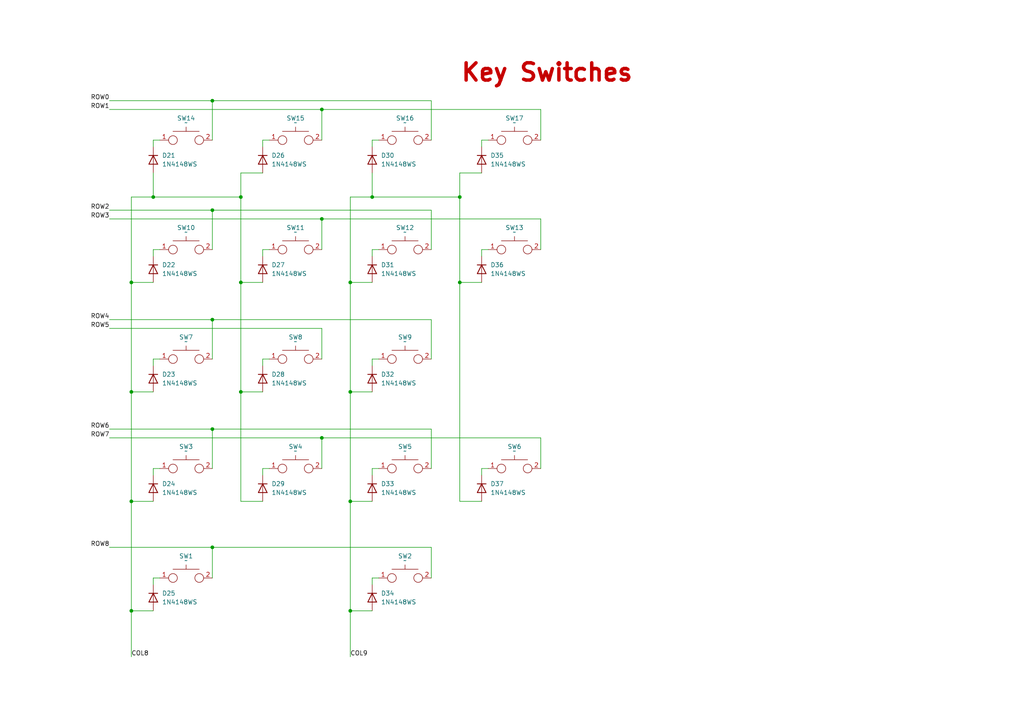
<source format=kicad_sch>
(kicad_sch (version 20230121) (generator eeschema)
  (paper "A4")
  (title_block (title "Key Switches"))
  (lib_symbols
    (symbol "Diode:1N4148WS" (pin_numbers hide) (pin_names hide)
      (property "Reference" "D" (at 0 2.54 0))
      (property "Value" "1N4148WS" (at 0 -2.54 0))
      (symbol "1N4148WS_0_1"
        (polyline (pts (xy -1.27 1.27) (xy -1.27 -1.27)) (stroke (width 0.254)))
        (polyline (pts (xy 1.27 0) (xy -1.27 0)))
        (polyline (pts (xy 1.27 1.27) (xy 1.27 -1.27) (xy -1.27 0) (xy 1.27 1.27)) (stroke (width 0.254)))
      )
      (symbol "1N4148WS_1_1"
        (pin passive line (at -3.81 0 0) (length 2.54) (name "K") (number "1"))
        (pin passive line (at 3.81 0 180) (length 2.54) (name "A") (number "2"))
      )
    )
    (symbol "mantyl:Kailh_MX_Socket"
      (property "Reference" "SW" (at 0 0 0))
      (symbol "Kailh_MX_Socket_0_1"
        (circle (center -3.81 -5.08) (radius 1.27))
        (polyline (pts (xy -3.81 -2.54) (xy 3.81 -2.54)))
        (polyline (pts (xy 0 -2.54) (xy 0 -1.27)))
        (circle (center 3.81 -5.08) (radius 1.27))
      )
      (symbol "Kailh_MX_Socket_1_1"
        (pin input line (at -7.62 -5.08 0) (length 2.54) (name "") (number "1"))
        (pin input line (at 7.62 -5.08 180) (length 2.54) (name "") (number "2"))
      )
    )
  )
  (junction (at 38.1 145.415))
  (junction (at 61.595 92.71))
  (junction (at 101.6 177.165))
  (junction (at 38.1 177.165))
  (junction (at 38.1 81.915))
  (junction (at 101.6 113.665))
  (junction (at 69.85 57.15))
  (junction (at 69.85 81.915))
  (junction (at 93.345 127))
  (junction (at 61.595 29.21))
  (junction (at 61.595 158.75))
  (junction (at 133.35 81.915))
  (junction (at 101.6 81.915))
  (junction (at 93.345 31.75))
  (junction (at 61.595 60.96))
  (junction (at 107.95 57.15))
  (junction (at 44.45 57.15))
  (junction (at 133.35 57.15))
  (junction (at 93.345 63.5))
  (junction (at 69.85 113.665))
  (junction (at 38.1 113.665))
  (junction (at 61.595 124.46))
  (junction (at 101.6 145.415))
  (wire (pts (xy 46.355 104.14) (xy 44.45 104.14)))
  (wire (pts (xy 93.345 63.5) (xy 93.345 72.39)))
  (wire (pts (xy 125.095 29.21) (xy 125.095 40.64)))
  (wire (pts (xy 93.345 31.75) (xy 156.845 31.75)))
  (wire (pts (xy 109.855 40.64) (xy 107.95 40.64)))
  (wire (pts (xy 101.6 145.415) (xy 107.95 145.415)))
  (wire (pts (xy 109.855 104.14) (xy 107.95 104.14)))
  (wire (pts (xy 76.2 72.39) (xy 76.2 74.295)))
  (wire (pts (xy 38.1 190.5) (xy 38.1 177.165)))
  (wire (pts (xy 61.595 124.46) (xy 125.095 124.46)))
  (wire (pts (xy 44.45 50.165) (xy 44.45 57.15)))
  (wire (pts (xy 101.6 177.165) (xy 101.6 145.415)))
  (wire (pts (xy 101.6 190.5) (xy 101.6 177.165)))
  (wire (pts (xy 101.6 81.915) (xy 101.6 57.15)))
  (wire (pts (xy 78.105 40.64) (xy 76.2 40.64)))
  (wire (pts (xy 31.75 124.46) (xy 61.595 124.46)))
  (wire (pts (xy 101.6 81.915) (xy 107.95 81.915)))
  (wire (pts (xy 107.95 72.39) (xy 107.95 74.295)))
  (wire (pts (xy 139.7 40.64) (xy 139.7 42.545)))
  (wire (pts (xy 61.595 158.75) (xy 125.095 158.75)))
  (wire (pts (xy 107.95 104.14) (xy 107.95 106.045)))
  (wire (pts (xy 44.45 135.89) (xy 44.45 137.795)))
  (wire (pts (xy 38.1 177.165) (xy 38.1 145.415)))
  (wire (pts (xy 101.6 177.165) (xy 107.95 177.165)))
  (wire (pts (xy 125.095 124.46) (xy 125.095 135.89)))
  (wire (pts (xy 156.845 127) (xy 156.845 135.89)))
  (wire (pts (xy 101.6 113.665) (xy 101.6 81.915)))
  (wire (pts (xy 139.7 135.89) (xy 139.7 137.795)))
  (wire (pts (xy 69.85 57.15) (xy 69.85 81.915)))
  (wire (pts (xy 61.595 158.75) (xy 61.595 167.64)))
  (wire (pts (xy 31.75 127) (xy 93.345 127)))
  (wire (pts (xy 31.75 29.21) (xy 61.595 29.21)))
  (wire (pts (xy 93.345 95.25) (xy 93.345 104.14)))
  (wire (pts (xy 133.35 57.15) (xy 133.35 81.915)))
  (wire (pts (xy 109.855 72.39) (xy 107.95 72.39)))
  (wire (pts (xy 31.75 92.71) (xy 61.595 92.71)))
  (wire (pts (xy 44.45 167.64) (xy 44.45 169.545)))
  (wire (pts (xy 31.75 158.75) (xy 61.595 158.75)))
  (wire (pts (xy 93.345 63.5) (xy 156.845 63.5)))
  (wire (pts (xy 125.095 158.75) (xy 125.095 167.64)))
  (wire (pts (xy 38.1 113.665) (xy 38.1 81.915)))
  (wire (pts (xy 107.95 167.64) (xy 107.95 169.545)))
  (wire (pts (xy 107.95 50.165) (xy 107.95 57.15)))
  (wire (pts (xy 61.595 92.71) (xy 61.595 104.14)))
  (wire (pts (xy 69.85 81.915) (xy 76.2 81.915)))
  (wire (pts (xy 31.75 60.96) (xy 61.595 60.96)))
  (wire (pts (xy 69.85 81.915) (xy 69.85 113.665)))
  (wire (pts (xy 38.1 57.15) (xy 44.45 57.15)))
  (wire (pts (xy 38.1 81.915) (xy 44.45 81.915)))
  (wire (pts (xy 78.105 72.39) (xy 76.2 72.39)))
  (wire (pts (xy 61.595 29.21) (xy 125.095 29.21)))
  (wire (pts (xy 125.095 60.96) (xy 125.095 72.39)))
  (wire (pts (xy 101.6 57.15) (xy 107.95 57.15)))
  (wire (pts (xy 38.1 81.915) (xy 38.1 57.15)))
  (wire (pts (xy 107.95 135.89) (xy 107.95 137.795)))
  (wire (pts (xy 44.45 104.14) (xy 44.45 106.045)))
  (wire (pts (xy 139.7 50.165) (xy 133.35 50.165)))
  (wire (pts (xy 109.855 135.89) (xy 107.95 135.89)))
  (wire (pts (xy 69.85 113.665) (xy 76.2 113.665)))
  (wire (pts (xy 44.45 72.39) (xy 44.45 74.295)))
  (wire (pts (xy 61.595 60.96) (xy 61.595 72.39)))
  (wire (pts (xy 101.6 113.665) (xy 107.95 113.665)))
  (wire (pts (xy 46.355 40.64) (xy 44.45 40.64)))
  (wire (pts (xy 125.095 92.71) (xy 125.095 104.14)))
  (wire (pts (xy 139.7 72.39) (xy 139.7 74.295)))
  (wire (pts (xy 38.1 145.415) (xy 38.1 113.665)))
  (wire (pts (xy 76.2 50.165) (xy 69.85 50.165)))
  (wire (pts (xy 78.105 135.89) (xy 76.2 135.89)))
  (wire (pts (xy 101.6 145.415) (xy 101.6 113.665)))
  (wire (pts (xy 109.855 167.64) (xy 107.95 167.64)))
  (wire (pts (xy 61.595 92.71) (xy 125.095 92.71)))
  (wire (pts (xy 133.35 145.415) (xy 139.7 145.415)))
  (wire (pts (xy 133.35 50.165) (xy 133.35 57.15)))
  (wire (pts (xy 76.2 40.64) (xy 76.2 42.545)))
  (wire (pts (xy 93.345 31.75) (xy 93.345 40.64)))
  (wire (pts (xy 133.35 81.915) (xy 139.7 81.915)))
  (wire (pts (xy 69.85 50.165) (xy 69.85 57.15)))
  (wire (pts (xy 141.605 72.39) (xy 139.7 72.39)))
  (wire (pts (xy 156.845 63.5) (xy 156.845 72.39)))
  (wire (pts (xy 107.95 57.15) (xy 133.35 57.15)))
  (wire (pts (xy 156.845 31.75) (xy 156.845 40.64)))
  (wire (pts (xy 38.1 145.415) (xy 44.45 145.415)))
  (wire (pts (xy 44.45 57.15) (xy 69.85 57.15)))
  (wire (pts (xy 61.595 60.96) (xy 125.095 60.96)))
  (wire (pts (xy 93.345 127) (xy 156.845 127)))
  (wire (pts (xy 61.595 124.46) (xy 61.595 135.89)))
  (wire (pts (xy 44.45 40.64) (xy 44.45 42.545)))
  (wire (pts (xy 76.2 104.14) (xy 76.2 106.045)))
  (wire (pts (xy 61.595 29.21) (xy 61.595 40.64)))
  (wire (pts (xy 46.355 72.39) (xy 44.45 72.39)))
  (wire (pts (xy 133.35 81.915) (xy 133.35 145.415)))
  (wire (pts (xy 31.75 95.25) (xy 93.345 95.25)))
  (wire (pts (xy 76.2 135.89) (xy 76.2 137.795)))
  (wire (pts (xy 38.1 177.165) (xy 44.45 177.165)))
  (wire (pts (xy 141.605 40.64) (xy 139.7 40.64)))
  (wire (pts (xy 141.605 135.89) (xy 139.7 135.89)))
  (wire (pts (xy 31.75 31.75) (xy 93.345 31.75)))
  (wire (pts (xy 69.85 113.665) (xy 69.85 145.415)))
  (wire (pts (xy 46.355 135.89) (xy 44.45 135.89)))
  (wire (pts (xy 69.85 145.415) (xy 76.2 145.415)))
  (wire (pts (xy 93.345 127) (xy 93.345 135.89)))
  (wire (pts (xy 31.75 63.5) (xy 93.345 63.5)))
  (wire (pts (xy 78.105 104.14) (xy 76.2 104.14)))
  (wire (pts (xy 46.355 167.64) (xy 44.45 167.64)))
  (wire (pts (xy 38.1 113.665) (xy 44.45 113.665)))
  (wire (pts (xy 107.95 40.64) (xy 107.95 42.545)))
  (text "Key Switches" (at 133.35 24.13 0) (effects (font (size 5 5) (thickness 1) bold) (justify left bottom)))
  (label "ROW6" (at 31.75 124.46 180))
  (label "ROW2" (at 31.75 60.96 180))
  (label "ROW7" (at 31.75 127 180))
  (label "COL8" (at 38.1 190.5 0))
  (label "ROW3" (at 31.75 63.5 180))
  (label "ROW4" (at 31.75 92.71 180))
  (label "ROW5" (at 31.75 95.25 180))
  (label "COL9" (at 101.6 190.5 0))
  (label "ROW0" (at 31.75 29.21 180))
  (label "ROW8" (at 31.75 158.75 180))
  (label "ROW1" (at 31.75 31.75 180))
  (symbol (lib_id "mantyl:Kailh_MX_Socket") (at 149.225 67.31 0) (unit 1)
    (property "Reference" "SW13" (at 149.225 66.04 0))
    (property "Value" "~" (at 149.225 67.31 0))
    (property "Footprint" "mantyl:Kailh_socket_MX_platemount" (effects hide))
    (property "Manufacturer Part #" "CPG151101S11-16" (effects hide))
    (property "LCSC Part #" "C5156480" (effects hide))
  )
  (symbol (lib_id "mantyl:Kailh_MX_Socket") (at 53.975 99.06 0) (unit 1)
    (property "Reference" "SW7" (at 53.975 97.79 0))
    (property "Value" "~" (at 53.975 99.06 0))
    (property "Footprint" "mantyl:Kailh_socket_MX_platemount" (effects hide))
    (property "Manufacturer Part #" "CPG151101S11-16" (effects hide))
    (property "LCSC Part #" "C5156480" (effects hide))
  )
  (symbol (lib_id "Diode:1N4148WS") (at 107.95 109.855 270) (unit 1)
    (property "Reference" "D32" (at 110.49 108.585 90) (effects (justify left)))
    (property "Value" "1N4148WS" (at 110.49 111.125 90) (effects (justify left)))
    (property "Footprint" "Diode_SMD:D_SOD-323" (effects hide))
    (property "Datasheet" "https://www.vishay.com/docs/85751/1n4148ws.pdf" (effects hide))
    (property "Sim.Device" "D" (effects hide))
    (property "Sim.Pins" "1=K 2=A" (effects hide))
    (property "LCSC Part #" "C2128" (effects hide))
  )
  (symbol (lib_id "Diode:1N4148WS") (at 76.2 141.605 270) (unit 1)
    (property "Reference" "D29" (at 78.74 140.335 90) (effects (justify left)))
    (property "Value" "1N4148WS" (at 78.74 142.875 90) (effects (justify left)))
    (property "Footprint" "Diode_SMD:D_SOD-323" (effects hide))
    (property "Datasheet" "https://www.vishay.com/docs/85751/1n4148ws.pdf" (effects hide))
    (property "Sim.Device" "D" (effects hide))
    (property "Sim.Pins" "1=K 2=A" (effects hide))
    (property "LCSC Part #" "C2128" (effects hide))
  )
  (symbol (lib_id "mantyl:Kailh_MX_Socket") (at 117.475 35.56 0) (unit 1)
    (property "Reference" "SW16" (at 117.475 34.29 0))
    (property "Value" "~" (at 117.475 35.56 0))
    (property "Footprint" "mantyl:Kailh_socket_MX_platemount" (effects hide))
    (property "Manufacturer Part #" "CPG151101S11-16" (effects hide))
    (property "LCSC Part #" "C5156480" (effects hide))
  )
  (symbol (lib_id "mantyl:Kailh_MX_Socket") (at 85.725 35.56 0) (unit 1)
    (property "Reference" "SW15" (at 85.725 34.29 0))
    (property "Value" "~" (at 85.725 35.56 0))
    (property "Footprint" "mantyl:Kailh_socket_MX_platemount" (effects hide))
    (property "Manufacturer Part #" "CPG151101S11-16" (effects hide))
    (property "LCSC Part #" "C5156480" (effects hide))
  )
  (symbol (lib_id "Diode:1N4148WS") (at 139.7 78.105 270) (unit 1)
    (property "Reference" "D36" (at 142.24 76.835 90) (effects (justify left)))
    (property "Value" "1N4148WS" (at 142.24 79.375 90) (effects (justify left)))
    (property "Footprint" "Diode_SMD:D_SOD-323" (effects hide))
    (property "Datasheet" "https://www.vishay.com/docs/85751/1n4148ws.pdf" (effects hide))
    (property "Sim.Device" "D" (effects hide))
    (property "Sim.Pins" "1=K 2=A" (effects hide))
    (property "LCSC Part #" "C2128" (effects hide))
  )
  (symbol (lib_id "Diode:1N4148WS") (at 107.95 173.355 270) (unit 1)
    (property "Reference" "D34" (at 110.49 172.085 90) (effects (justify left)))
    (property "Value" "1N4148WS" (at 110.49 174.625 90) (effects (justify left)))
    (property "Footprint" "Diode_SMD:D_SOD-323" (effects hide))
    (property "Datasheet" "https://www.vishay.com/docs/85751/1n4148ws.pdf" (effects hide))
    (property "Sim.Device" "D" (effects hide))
    (property "Sim.Pins" "1=K 2=A" (effects hide))
    (property "LCSC Part #" "C2128" (effects hide))
  )
  (symbol (lib_id "Diode:1N4148WS") (at 107.95 141.605 270) (unit 1)
    (property "Reference" "D33" (at 110.49 140.335 90) (effects (justify left)))
    (property "Value" "1N4148WS" (at 110.49 142.875 90) (effects (justify left)))
    (property "Footprint" "Diode_SMD:D_SOD-323" (effects hide))
    (property "Datasheet" "https://www.vishay.com/docs/85751/1n4148ws.pdf" (effects hide))
    (property "Sim.Device" "D" (effects hide))
    (property "Sim.Pins" "1=K 2=A" (effects hide))
    (property "LCSC Part #" "C2128" (effects hide))
  )
  (symbol (lib_id "Diode:1N4148WS") (at 44.45 141.605 270) (unit 1)
    (property "Reference" "D24" (at 46.99 140.335 90) (effects (justify left)))
    (property "Value" "1N4148WS" (at 46.99 142.875 90) (effects (justify left)))
    (property "Footprint" "Diode_SMD:D_SOD-323" (effects hide))
    (property "Datasheet" "https://www.vishay.com/docs/85751/1n4148ws.pdf" (effects hide))
    (property "Sim.Device" "D" (effects hide))
    (property "Sim.Pins" "1=K 2=A" (effects hide))
    (property "LCSC Part #" "C2128" (effects hide))
  )
  (symbol (lib_id "mantyl:Kailh_MX_Socket") (at 149.225 35.56 0) (unit 1)
    (property "Reference" "SW17" (at 149.225 34.29 0))
    (property "Value" "~" (at 149.225 35.56 0))
    (property "Footprint" "mantyl:Kailh_socket_MX_platemount" (effects hide))
    (property "Manufacturer Part #" "CPG151101S11-16" (effects hide))
    (property "LCSC Part #" "C5156480" (effects hide))
  )
  (symbol (lib_id "Diode:1N4148WS") (at 107.95 78.105 270) (unit 1)
    (property "Reference" "D31" (at 110.49 76.835 90) (effects (justify left)))
    (property "Value" "1N4148WS" (at 110.49 79.375 90) (effects (justify left)))
    (property "Footprint" "Diode_SMD:D_SOD-323" (effects hide))
    (property "Datasheet" "https://www.vishay.com/docs/85751/1n4148ws.pdf" (effects hide))
    (property "Sim.Device" "D" (effects hide))
    (property "Sim.Pins" "1=K 2=A" (effects hide))
    (property "LCSC Part #" "C2128" (effects hide))
  )
  (symbol (lib_id "mantyl:Kailh_MX_Socket") (at 53.975 35.56 0) (unit 1)
    (property "Reference" "SW14" (at 53.975 34.29 0))
    (property "Value" "~" (at 53.975 35.56 0))
    (property "Footprint" "mantyl:Kailh_socket_MX_platemount" (effects hide))
    (property "Manufacturer Part #" "CPG151101S11-16" (effects hide))
    (property "LCSC Part #" "C5156480" (effects hide))
  )
  (symbol (lib_id "mantyl:Kailh_MX_Socket") (at 53.975 162.56 0) (unit 1)
    (property "Reference" "SW1" (at 53.975 161.29 0))
    (property "Value" "~" (at 53.975 162.56 0))
    (property "Footprint" "mantyl:Kailh_socket_MX_platemount" (effects hide))
    (property "Manufacturer Part #" "CPG151101S11-16" (effects hide))
    (property "LCSC Part #" "C5156480" (effects hide))
  )
  (symbol (lib_id "mantyl:Kailh_MX_Socket") (at 85.725 67.31 0) (unit 1)
    (property "Reference" "SW11" (at 85.725 66.04 0))
    (property "Value" "~" (at 85.725 67.31 0))
    (property "Footprint" "mantyl:Kailh_socket_MX_platemount" (effects hide))
    (property "Manufacturer Part #" "CPG151101S11-16" (effects hide))
    (property "LCSC Part #" "C5156480" (effects hide))
  )
  (symbol (lib_id "mantyl:Kailh_MX_Socket") (at 53.975 67.31 0) (unit 1)
    (property "Reference" "SW10" (at 53.975 66.04 0))
    (property "Value" "~" (at 53.975 67.31 0))
    (property "Footprint" "mantyl:Kailh_socket_MX_platemount" (effects hide))
    (property "Manufacturer Part #" "CPG151101S11-16" (effects hide))
    (property "LCSC Part #" "C5156480" (effects hide))
  )
  (symbol (lib_id "mantyl:Kailh_MX_Socket") (at 85.725 130.81 0) (unit 1)
    (property "Reference" "SW4" (at 85.725 129.54 0))
    (property "Value" "~" (at 85.725 130.81 0))
    (property "Footprint" "mantyl:Kailh_socket_MX_platemount" (effects hide))
    (property "Manufacturer Part #" "CPG151101S11-16" (effects hide))
    (property "LCSC Part #" "C5156480" (effects hide))
  )
  (symbol (lib_id "mantyl:Kailh_MX_Socket") (at 149.225 130.81 0) (unit 1)
    (property "Reference" "SW6" (at 149.225 129.54 0))
    (property "Value" "~" (at 149.225 130.81 0))
    (property "Footprint" "mantyl:Kailh_socket_MX_platemount" (effects hide))
    (property "Manufacturer Part #" "CPG151101S11-16" (effects hide))
    (property "LCSC Part #" "C5156480" (effects hide))
  )
  (symbol (lib_id "mantyl:Kailh_MX_Socket") (at 117.475 130.81 0) (unit 1)
    (property "Reference" "SW5" (at 117.475 129.54 0))
    (property "Value" "~" (at 117.475 130.81 0))
    (property "Footprint" "mantyl:Kailh_socket_MX_platemount" (effects hide))
    (property "Manufacturer Part #" "CPG151101S11-16" (effects hide))
    (property "LCSC Part #" "C5156480" (effects hide))
  )
  (symbol (lib_id "Diode:1N4148WS") (at 76.2 78.105 270) (unit 1)
    (property "Reference" "D27" (at 78.74 76.835 90) (effects (justify left)))
    (property "Value" "1N4148WS" (at 78.74 79.375 90) (effects (justify left)))
    (property "Footprint" "Diode_SMD:D_SOD-323" (effects hide))
    (property "Datasheet" "https://www.vishay.com/docs/85751/1n4148ws.pdf" (effects hide))
    (property "Sim.Device" "D" (effects hide))
    (property "Sim.Pins" "1=K 2=A" (effects hide))
    (property "LCSC Part #" "C2128" (effects hide))
  )
  (symbol (lib_id "Diode:1N4148WS") (at 139.7 46.355 270) (unit 1)
    (property "Reference" "D35" (at 142.24 45.085 90) (effects (justify left)))
    (property "Value" "1N4148WS" (at 142.24 47.625 90) (effects (justify left)))
    (property "Footprint" "Diode_SMD:D_SOD-323" (effects hide))
    (property "Datasheet" "https://www.vishay.com/docs/85751/1n4148ws.pdf" (effects hide))
    (property "Sim.Device" "D" (effects hide))
    (property "Sim.Pins" "1=K 2=A" (effects hide))
    (property "LCSC Part #" "C2128" (effects hide))
  )
  (symbol (lib_id "mantyl:Kailh_MX_Socket") (at 85.725 99.06 0) (unit 1)
    (property "Reference" "SW8" (at 85.725 97.79 0))
    (property "Value" "~" (at 85.725 99.06 0))
    (property "Footprint" "mantyl:Kailh_socket_MX_platemount" (effects hide))
    (property "Manufacturer Part #" "CPG151101S11-16" (effects hide))
    (property "LCSC Part #" "C5156480" (effects hide))
  )
  (symbol (lib_id "Diode:1N4148WS") (at 44.45 46.355 270) (unit 1)
    (property "Reference" "D21" (at 46.99 45.085 90) (effects (justify left)))
    (property "Value" "1N4148WS" (at 46.99 47.625 90) (effects (justify left)))
    (property "Footprint" "Diode_SMD:D_SOD-323" (effects hide))
    (property "Datasheet" "https://www.vishay.com/docs/85751/1n4148ws.pdf" (effects hide))
    (property "Sim.Device" "D" (effects hide))
    (property "Sim.Pins" "1=K 2=A" (effects hide))
    (property "LCSC Part #" "C2128" (effects hide))
  )
  (symbol (lib_id "Diode:1N4148WS") (at 44.45 78.105 270) (unit 1)
    (property "Reference" "D22" (at 46.99 76.835 90) (effects (justify left)))
    (property "Value" "1N4148WS" (at 46.99 79.375 90) (effects (justify left)))
    (property "Footprint" "Diode_SMD:D_SOD-323" (effects hide))
    (property "Datasheet" "https://www.vishay.com/docs/85751/1n4148ws.pdf" (effects hide))
    (property "Sim.Device" "D" (effects hide))
    (property "Sim.Pins" "1=K 2=A" (effects hide))
    (property "LCSC Part #" "C2128" (effects hide))
  )
  (symbol (lib_id "mantyl:Kailh_MX_Socket") (at 117.475 99.06 0) (unit 1)
    (property "Reference" "SW9" (at 117.475 97.79 0))
    (property "Value" "~" (at 117.475 99.06 0))
    (property "Footprint" "mantyl:Kailh_socket_MX_platemount" (effects hide))
    (property "Manufacturer Part #" "CPG151101S11-16" (effects hide))
    (property "LCSC Part #" "C5156480" (effects hide))
  )
  (symbol (lib_id "Diode:1N4148WS") (at 44.45 173.355 270) (unit 1)
    (property "Reference" "D25" (at 46.99 172.085 90) (effects (justify left)))
    (property "Value" "1N4148WS" (at 46.99 174.625 90) (effects (justify left)))
    (property "Footprint" "Diode_SMD:D_SOD-323" (effects hide))
    (property "Datasheet" "https://www.vishay.com/docs/85751/1n4148ws.pdf" (effects hide))
    (property "Sim.Device" "D" (effects hide))
    (property "Sim.Pins" "1=K 2=A" (effects hide))
    (property "LCSC Part #" "C2128" (effects hide))
  )
  (symbol (lib_id "mantyl:Kailh_MX_Socket") (at 117.475 67.31 0) (unit 1)
    (property "Reference" "SW12" (at 117.475 66.04 0))
    (property "Value" "~" (at 117.475 67.31 0))
    (property "Footprint" "mantyl:Kailh_socket_MX_platemount" (effects hide))
    (property "Manufacturer Part #" "CPG151101S11-16" (effects hide))
    (property "LCSC Part #" "C5156480" (effects hide))
  )
  (symbol (lib_id "mantyl:Kailh_MX_Socket") (at 117.475 162.56 0) (unit 1)
    (property "Reference" "SW2" (at 117.475 161.29 0))
    (property "Value" "~" (at 117.475 162.56 0))
    (property "Footprint" "mantyl:Kailh_socket_MX_platemount" (effects hide))
    (property "Manufacturer Part #" "CPG151101S11-16" (effects hide))
    (property "LCSC Part #" "C5156480" (effects hide))
  )
  (symbol (lib_id "Diode:1N4148WS") (at 107.95 46.355 270) (unit 1)
    (property "Reference" "D30" (at 110.49 45.085 90) (effects (justify left)))
    (property "Value" "1N4148WS" (at 110.49 47.625 90) (effects (justify left)))
    (property "Footprint" "Diode_SMD:D_SOD-323" (effects hide))
    (property "Datasheet" "https://www.vishay.com/docs/85751/1n4148ws.pdf" (effects hide))
    (property "Sim.Device" "D" (effects hide))
    (property "Sim.Pins" "1=K 2=A" (effects hide))
    (property "LCSC Part #" "C2128" (effects hide))
  )
  (symbol (lib_id "Diode:1N4148WS") (at 44.45 109.855 270) (unit 1)
    (property "Reference" "D23" (at 46.99 108.585 90) (effects (justify left)))
    (property "Value" "1N4148WS" (at 46.99 111.125 90) (effects (justify left)))
    (property "Footprint" "Diode_SMD:D_SOD-323" (effects hide))
    (property "Datasheet" "https://www.vishay.com/docs/85751/1n4148ws.pdf" (effects hide))
    (property "Sim.Device" "D" (effects hide))
    (property "Sim.Pins" "1=K 2=A" (effects hide))
    (property "LCSC Part #" "C2128" (effects hide))
  )
  (symbol (lib_id "Diode:1N4148WS") (at 76.2 46.355 270) (unit 1)
    (property "Reference" "D26" (at 78.74 45.085 90) (effects (justify left)))
    (property "Value" "1N4148WS" (at 78.74 47.625 90) (effects (justify left)))
    (property "Footprint" "Diode_SMD:D_SOD-323" (effects hide))
    (property "Datasheet" "https://www.vishay.com/docs/85751/1n4148ws.pdf" (effects hide))
    (property "Sim.Device" "D" (effects hide))
    (property "Sim.Pins" "1=K 2=A" (effects hide))
    (property "LCSC Part #" "C2128" (effects hide))
  )
  (symbol (lib_id "Diode:1N4148WS") (at 139.7 141.605 270) (unit 1)
    (property "Reference" "D37" (at 142.24 140.335 90) (effects (justify left)))
    (property "Value" "1N4148WS" (at 142.24 142.875 90) (effects (justify left)))
    (property "Footprint" "Diode_SMD:D_SOD-323" (effects hide))
    (property "Datasheet" "https://www.vishay.com/docs/85751/1n4148ws.pdf" (effects hide))
    (property "Sim.Device" "D" (effects hide))
    (property "Sim.Pins" "1=K 2=A" (effects hide))
    (property "LCSC Part #" "C2128" (effects hide))
  )
  (symbol (lib_id "Diode:1N4148WS") (at 76.2 109.855 270) (unit 1)
    (property "Reference" "D28" (at 78.74 108.585 90) (effects (justify left)))
    (property "Value" "1N4148WS" (at 78.74 111.125 90) (effects (justify left)))
    (property "Footprint" "Diode_SMD:D_SOD-323" (effects hide))
    (property "Datasheet" "https://www.vishay.com/docs/85751/1n4148ws.pdf" (effects hide))
    (property "Sim.Device" "D" (effects hide))
    (property "Sim.Pins" "1=K 2=A" (effects hide))
    (property "LCSC Part #" "C2128" (effects hide))
  )
  (symbol (lib_id "mantyl:Kailh_MX_Socket") (at 53.975 130.81 0) (unit 1)
    (property "Reference" "SW3" (at 53.975 129.54 0))
    (property "Value" "~" (at 53.975 130.81 0))
    (property "Footprint" "mantyl:Kailh_socket_MX_platemount" (effects hide))
    (property "Manufacturer Part #" "CPG151101S11-16" (effects hide))
    (property "LCSC Part #" "C5156480" (effects hide))
  )
)
</source>
